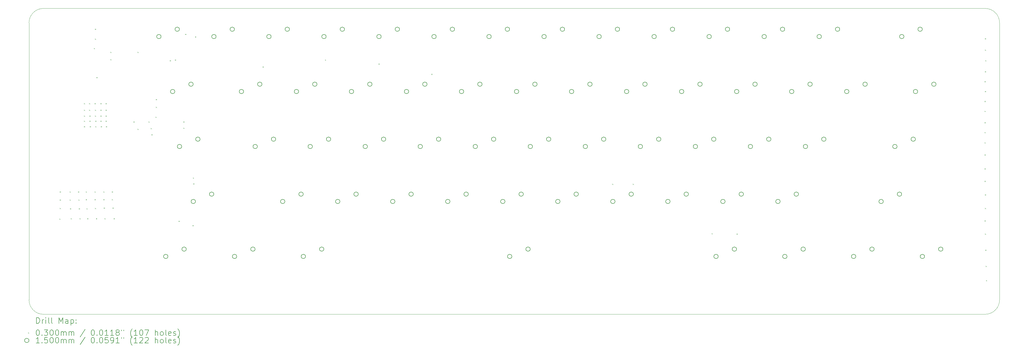
<source format=gbr>
%TF.GenerationSoftware,KiCad,Pcbnew,8.0.7*%
%TF.CreationDate,2024-12-25T15:12:18+08:00*%
%TF.ProjectId,keyboard,6b657962-6f61-4726-942e-6b696361645f,rev?*%
%TF.SameCoordinates,Original*%
%TF.FileFunction,Drillmap*%
%TF.FilePolarity,Positive*%
%FSLAX45Y45*%
G04 Gerber Fmt 4.5, Leading zero omitted, Abs format (unit mm)*
G04 Created by KiCad (PCBNEW 8.0.7) date 2024-12-25 15:12:18*
%MOMM*%
%LPD*%
G01*
G04 APERTURE LIST*
%ADD10C,0.050000*%
%ADD11C,0.200000*%
%ADD12C,0.100000*%
%ADD13C,0.150000*%
G04 APERTURE END LIST*
D10*
X37600000Y-4300000D02*
X37600000Y-13900000D01*
X37600000Y-13900000D02*
G75*
G02*
X37100000Y-14400000I-500000J0D01*
G01*
X4000000Y-13900000D02*
X4000000Y-4300000D01*
X4500000Y-14400000D02*
G75*
G02*
X4000000Y-13900000I0J500000D01*
G01*
X37100000Y-14400000D02*
X4500000Y-14400000D01*
X4500000Y-3800000D02*
X37100000Y-3800000D01*
X37100000Y-3800000D02*
G75*
G02*
X37600000Y-4300000I0J-500000D01*
G01*
X4000000Y-4300000D02*
G75*
G02*
X4500000Y-3800000I500000J0D01*
G01*
D11*
D12*
X5052300Y-11084800D02*
X5082300Y-11114800D01*
X5082300Y-11084800D02*
X5052300Y-11114800D01*
X5065000Y-10145000D02*
X5095000Y-10175000D01*
X5095000Y-10145000D02*
X5065000Y-10175000D01*
X5065000Y-10424400D02*
X5095000Y-10454400D01*
X5095000Y-10424400D02*
X5065000Y-10454400D01*
X5065000Y-10716500D02*
X5095000Y-10746500D01*
X5095000Y-10716500D02*
X5065000Y-10746500D01*
X5407900Y-10145000D02*
X5437900Y-10175000D01*
X5437900Y-10145000D02*
X5407900Y-10175000D01*
X5407900Y-10424400D02*
X5437900Y-10454400D01*
X5437900Y-10424400D02*
X5407900Y-10454400D01*
X5420600Y-10729200D02*
X5450600Y-10759200D01*
X5450600Y-10729200D02*
X5420600Y-10759200D01*
X5446000Y-11072100D02*
X5476000Y-11102100D01*
X5476000Y-11072100D02*
X5446000Y-11102100D01*
X5700000Y-10145000D02*
X5730000Y-10175000D01*
X5730000Y-10145000D02*
X5700000Y-10175000D01*
X5712700Y-10424400D02*
X5742700Y-10454400D01*
X5742700Y-10424400D02*
X5712700Y-10454400D01*
X5725400Y-10729200D02*
X5755400Y-10759200D01*
X5755400Y-10729200D02*
X5725400Y-10759200D01*
X5750800Y-11072100D02*
X5780800Y-11102100D01*
X5780800Y-11072100D02*
X5750800Y-11102100D01*
X5903200Y-7084300D02*
X5933200Y-7114300D01*
X5933200Y-7084300D02*
X5903200Y-7114300D01*
X5903200Y-7312900D02*
X5933200Y-7342900D01*
X5933200Y-7312900D02*
X5903200Y-7342900D01*
X5903200Y-7516100D02*
X5933200Y-7546100D01*
X5933200Y-7516100D02*
X5903200Y-7546100D01*
X5903200Y-7693900D02*
X5933200Y-7723900D01*
X5933200Y-7693900D02*
X5903200Y-7723900D01*
X5903200Y-7884400D02*
X5933200Y-7914400D01*
X5933200Y-7884400D02*
X5903200Y-7914400D01*
X5966700Y-10145000D02*
X5996700Y-10175000D01*
X5996700Y-10145000D02*
X5966700Y-10175000D01*
X5966700Y-10411700D02*
X5996700Y-10441700D01*
X5996700Y-10411700D02*
X5966700Y-10441700D01*
X5992100Y-10729200D02*
X6022100Y-10759200D01*
X6022100Y-10729200D02*
X5992100Y-10759200D01*
X6017500Y-11072100D02*
X6047500Y-11102100D01*
X6047500Y-11072100D02*
X6017500Y-11102100D01*
X6081000Y-7084300D02*
X6111000Y-7114300D01*
X6111000Y-7084300D02*
X6081000Y-7114300D01*
X6081000Y-7312900D02*
X6111000Y-7342900D01*
X6111000Y-7312900D02*
X6081000Y-7342900D01*
X6093700Y-7516100D02*
X6123700Y-7546100D01*
X6123700Y-7516100D02*
X6093700Y-7546100D01*
X6093700Y-7693900D02*
X6123700Y-7723900D01*
X6123700Y-7693900D02*
X6093700Y-7723900D01*
X6106400Y-7884400D02*
X6136400Y-7914400D01*
X6136400Y-7884400D02*
X6106400Y-7914400D01*
X6246100Y-5173700D02*
X6276100Y-5203700D01*
X6276100Y-5173700D02*
X6246100Y-5203700D01*
X6271500Y-7084300D02*
X6301500Y-7114300D01*
X6301500Y-7084300D02*
X6271500Y-7114300D01*
X6271500Y-10145000D02*
X6301500Y-10175000D01*
X6301500Y-10145000D02*
X6271500Y-10175000D01*
X6271500Y-10411700D02*
X6301500Y-10441700D01*
X6301500Y-10411700D02*
X6271500Y-10441700D01*
X6284200Y-4506200D02*
X6314200Y-4536200D01*
X6314200Y-4506200D02*
X6284200Y-4536200D01*
X6284200Y-4849100D02*
X6314200Y-4879100D01*
X6314200Y-4849100D02*
X6284200Y-4879100D01*
X6284200Y-7312900D02*
X6314200Y-7342900D01*
X6314200Y-7312900D02*
X6284200Y-7342900D01*
X6284200Y-7516100D02*
X6314200Y-7546100D01*
X6314200Y-7516100D02*
X6284200Y-7546100D01*
X6284200Y-10716500D02*
X6314200Y-10746500D01*
X6314200Y-10716500D02*
X6284200Y-10746500D01*
X6296900Y-7693900D02*
X6326900Y-7723900D01*
X6326900Y-7693900D02*
X6296900Y-7723900D01*
X6296900Y-7884400D02*
X6326900Y-7914400D01*
X6326900Y-7884400D02*
X6296900Y-7914400D01*
X6322300Y-11072100D02*
X6352300Y-11102100D01*
X6352300Y-11072100D02*
X6322300Y-11102100D01*
X6335000Y-6182600D02*
X6365000Y-6212600D01*
X6365000Y-6182600D02*
X6335000Y-6212600D01*
X6474700Y-7084300D02*
X6504700Y-7114300D01*
X6504700Y-7084300D02*
X6474700Y-7114300D01*
X6474700Y-7312900D02*
X6504700Y-7342900D01*
X6504700Y-7312900D02*
X6474700Y-7342900D01*
X6474700Y-7516100D02*
X6504700Y-7546100D01*
X6504700Y-7516100D02*
X6474700Y-7546100D01*
X6474700Y-7693900D02*
X6504700Y-7723900D01*
X6504700Y-7693900D02*
X6474700Y-7723900D01*
X6487400Y-7884400D02*
X6517400Y-7914400D01*
X6517400Y-7884400D02*
X6487400Y-7914400D01*
X6576300Y-10145000D02*
X6606300Y-10175000D01*
X6606300Y-10145000D02*
X6576300Y-10175000D01*
X6576300Y-10411700D02*
X6606300Y-10441700D01*
X6606300Y-10411700D02*
X6576300Y-10441700D01*
X6589000Y-10703800D02*
X6619000Y-10733800D01*
X6619000Y-10703800D02*
X6589000Y-10733800D01*
X6614400Y-11072100D02*
X6644400Y-11102100D01*
X6644400Y-11072100D02*
X6614400Y-11102100D01*
X6652500Y-7084300D02*
X6682500Y-7114300D01*
X6682500Y-7084300D02*
X6652500Y-7114300D01*
X6652500Y-7312900D02*
X6682500Y-7342900D01*
X6682500Y-7312900D02*
X6652500Y-7342900D01*
X6652500Y-7516100D02*
X6682500Y-7546100D01*
X6682500Y-7516100D02*
X6652500Y-7546100D01*
X6652500Y-7693900D02*
X6682500Y-7723900D01*
X6682500Y-7693900D02*
X6652500Y-7723900D01*
X6665200Y-7884400D02*
X6695200Y-7914400D01*
X6695200Y-7884400D02*
X6665200Y-7914400D01*
X6817600Y-5306300D02*
X6847600Y-5336300D01*
X6847600Y-5306300D02*
X6817600Y-5336300D01*
X6817600Y-5560300D02*
X6847600Y-5590300D01*
X6847600Y-5560300D02*
X6817600Y-5590300D01*
X6868400Y-10145000D02*
X6898400Y-10175000D01*
X6898400Y-10145000D02*
X6868400Y-10175000D01*
X6868400Y-10411700D02*
X6898400Y-10441700D01*
X6898400Y-10411700D02*
X6868400Y-10441700D01*
X6893800Y-10703800D02*
X6923800Y-10733800D01*
X6923800Y-10703800D02*
X6893800Y-10733800D01*
X6931900Y-11072100D02*
X6961900Y-11102100D01*
X6961900Y-11072100D02*
X6931900Y-11102100D01*
X7617700Y-7719300D02*
X7647700Y-7749300D01*
X7647700Y-7719300D02*
X7617700Y-7749300D01*
X7757400Y-5306300D02*
X7787400Y-5336300D01*
X7787400Y-5306300D02*
X7757400Y-5336300D01*
X7757400Y-7973300D02*
X7787400Y-8003300D01*
X7787400Y-7973300D02*
X7757400Y-8003300D01*
X8138400Y-7719300D02*
X8168400Y-7749300D01*
X8168400Y-7719300D02*
X8138400Y-7749300D01*
X8214600Y-7947900D02*
X8244600Y-7977900D01*
X8244600Y-7947900D02*
X8214600Y-7977900D01*
X8240000Y-8163800D02*
X8270000Y-8193800D01*
X8270000Y-8163800D02*
X8240000Y-8193800D01*
X8379700Y-7554200D02*
X8409700Y-7584200D01*
X8409700Y-7554200D02*
X8379700Y-7584200D01*
X8392400Y-6944600D02*
X8422400Y-6974600D01*
X8422400Y-6944600D02*
X8392400Y-6974600D01*
X8392400Y-7211300D02*
X8422400Y-7241300D01*
X8422400Y-7211300D02*
X8392400Y-7241300D01*
X8875000Y-5598400D02*
X8905000Y-5628400D01*
X8905000Y-5598400D02*
X8875000Y-5628400D01*
X9052800Y-5573000D02*
X9082800Y-5603000D01*
X9082800Y-5573000D02*
X9052800Y-5603000D01*
X9179800Y-11161000D02*
X9209800Y-11191000D01*
X9209800Y-11161000D02*
X9179800Y-11191000D01*
X9344900Y-7719300D02*
X9374900Y-7749300D01*
X9374900Y-7719300D02*
X9344900Y-7749300D01*
X9344900Y-7935200D02*
X9374900Y-7965200D01*
X9374900Y-7935200D02*
X9344900Y-7965200D01*
X9408400Y-4684000D02*
X9438400Y-4714000D01*
X9438400Y-4684000D02*
X9408400Y-4714000D01*
X9662400Y-11313400D02*
X9692400Y-11343400D01*
X9692400Y-11313400D02*
X9662400Y-11343400D01*
X9675100Y-9662400D02*
X9705100Y-9692400D01*
X9705100Y-9662400D02*
X9675100Y-9692400D01*
X9687800Y-9865600D02*
X9717800Y-9895600D01*
X9717800Y-9865600D02*
X9687800Y-9895600D01*
X9751300Y-4772900D02*
X9781300Y-4802900D01*
X9781300Y-4772900D02*
X9751300Y-4802900D01*
X12088100Y-5814300D02*
X12118100Y-5844300D01*
X12118100Y-5814300D02*
X12088100Y-5844300D01*
X14247100Y-5573000D02*
X14277100Y-5603000D01*
X14277100Y-5573000D02*
X14247100Y-5603000D01*
X16101300Y-5712700D02*
X16131300Y-5742700D01*
X16131300Y-5712700D02*
X16101300Y-5742700D01*
X17930100Y-6068300D02*
X17960100Y-6098300D01*
X17960100Y-6068300D02*
X17930100Y-6098300D01*
X24191200Y-9878300D02*
X24221200Y-9908300D01*
X24221200Y-9878300D02*
X24191200Y-9908300D01*
X24902400Y-9878300D02*
X24932400Y-9908300D01*
X24932400Y-9878300D02*
X24902400Y-9908300D01*
X27632900Y-11592800D02*
X27662900Y-11622800D01*
X27662900Y-11592800D02*
X27632900Y-11622800D01*
X28496500Y-11605500D02*
X28526500Y-11635500D01*
X28526500Y-11605500D02*
X28496500Y-11635500D01*
X37081700Y-6322300D02*
X37111700Y-6352300D01*
X37111700Y-6322300D02*
X37081700Y-6352300D01*
X37081700Y-7008100D02*
X37111700Y-7038100D01*
X37111700Y-7008100D02*
X37081700Y-7038100D01*
X37081700Y-7351000D02*
X37111700Y-7381000D01*
X37111700Y-7351000D02*
X37081700Y-7381000D01*
X37081700Y-7744700D02*
X37111700Y-7774700D01*
X37111700Y-7744700D02*
X37081700Y-7774700D01*
X37081700Y-8087600D02*
X37111700Y-8117600D01*
X37111700Y-8087600D02*
X37081700Y-8117600D01*
X37081700Y-8443200D02*
X37111700Y-8473200D01*
X37111700Y-8443200D02*
X37081700Y-8473200D01*
X37081700Y-8862300D02*
X37111700Y-8892300D01*
X37111700Y-8862300D02*
X37081700Y-8892300D01*
X37081700Y-9344900D02*
X37111700Y-9374900D01*
X37111700Y-9344900D02*
X37081700Y-9374900D01*
X37081700Y-9776700D02*
X37111700Y-9806700D01*
X37111700Y-9776700D02*
X37081700Y-9806700D01*
X37081700Y-11148300D02*
X37111700Y-11178300D01*
X37111700Y-11148300D02*
X37081700Y-11178300D01*
X37094400Y-4836400D02*
X37124400Y-4866400D01*
X37124400Y-4836400D02*
X37094400Y-4866400D01*
X37094400Y-5230100D02*
X37124400Y-5260100D01*
X37124400Y-5230100D02*
X37094400Y-5260100D01*
X37094400Y-5979400D02*
X37124400Y-6009400D01*
X37124400Y-5979400D02*
X37094400Y-6009400D01*
X37094400Y-6665200D02*
X37124400Y-6695200D01*
X37124400Y-6665200D02*
X37094400Y-6695200D01*
X37094400Y-10246600D02*
X37124400Y-10276600D01*
X37124400Y-10246600D02*
X37094400Y-10276600D01*
X37094400Y-10716500D02*
X37124400Y-10746500D01*
X37124400Y-10716500D02*
X37094400Y-10746500D01*
X37094400Y-11605500D02*
X37124400Y-11635500D01*
X37124400Y-11605500D02*
X37094400Y-11635500D01*
X37107100Y-5598400D02*
X37137100Y-5628400D01*
X37137100Y-5598400D02*
X37107100Y-5628400D01*
X37107100Y-12164300D02*
X37137100Y-12194300D01*
X37137100Y-12164300D02*
X37107100Y-12194300D01*
X37119800Y-12723100D02*
X37149800Y-12753100D01*
X37149800Y-12723100D02*
X37119800Y-12753100D01*
X37132500Y-13218400D02*
X37162500Y-13248400D01*
X37162500Y-13218400D02*
X37132500Y-13248400D01*
D13*
X8571300Y-4775200D02*
G75*
G02*
X8421300Y-4775200I-75000J0D01*
G01*
X8421300Y-4775200D02*
G75*
G02*
X8571300Y-4775200I75000J0D01*
G01*
X8809425Y-12395200D02*
G75*
G02*
X8659425Y-12395200I-75000J0D01*
G01*
X8659425Y-12395200D02*
G75*
G02*
X8809425Y-12395200I75000J0D01*
G01*
X9047550Y-6680200D02*
G75*
G02*
X8897550Y-6680200I-75000J0D01*
G01*
X8897550Y-6680200D02*
G75*
G02*
X9047550Y-6680200I75000J0D01*
G01*
X9206300Y-4521200D02*
G75*
G02*
X9056300Y-4521200I-75000J0D01*
G01*
X9056300Y-4521200D02*
G75*
G02*
X9206300Y-4521200I75000J0D01*
G01*
X9285675Y-8585200D02*
G75*
G02*
X9135675Y-8585200I-75000J0D01*
G01*
X9135675Y-8585200D02*
G75*
G02*
X9285675Y-8585200I75000J0D01*
G01*
X9444425Y-12141200D02*
G75*
G02*
X9294425Y-12141200I-75000J0D01*
G01*
X9294425Y-12141200D02*
G75*
G02*
X9444425Y-12141200I75000J0D01*
G01*
X9682550Y-6426200D02*
G75*
G02*
X9532550Y-6426200I-75000J0D01*
G01*
X9532550Y-6426200D02*
G75*
G02*
X9682550Y-6426200I75000J0D01*
G01*
X9761925Y-10490200D02*
G75*
G02*
X9611925Y-10490200I-75000J0D01*
G01*
X9611925Y-10490200D02*
G75*
G02*
X9761925Y-10490200I75000J0D01*
G01*
X9920675Y-8331200D02*
G75*
G02*
X9770675Y-8331200I-75000J0D01*
G01*
X9770675Y-8331200D02*
G75*
G02*
X9920675Y-8331200I75000J0D01*
G01*
X10396925Y-10236200D02*
G75*
G02*
X10246925Y-10236200I-75000J0D01*
G01*
X10246925Y-10236200D02*
G75*
G02*
X10396925Y-10236200I75000J0D01*
G01*
X10476300Y-4775200D02*
G75*
G02*
X10326300Y-4775200I-75000J0D01*
G01*
X10326300Y-4775200D02*
G75*
G02*
X10476300Y-4775200I75000J0D01*
G01*
X11111300Y-4521200D02*
G75*
G02*
X10961300Y-4521200I-75000J0D01*
G01*
X10961300Y-4521200D02*
G75*
G02*
X11111300Y-4521200I75000J0D01*
G01*
X11190675Y-12395200D02*
G75*
G02*
X11040675Y-12395200I-75000J0D01*
G01*
X11040675Y-12395200D02*
G75*
G02*
X11190675Y-12395200I75000J0D01*
G01*
X11428800Y-6680200D02*
G75*
G02*
X11278800Y-6680200I-75000J0D01*
G01*
X11278800Y-6680200D02*
G75*
G02*
X11428800Y-6680200I75000J0D01*
G01*
X11825675Y-12141200D02*
G75*
G02*
X11675675Y-12141200I-75000J0D01*
G01*
X11675675Y-12141200D02*
G75*
G02*
X11825675Y-12141200I75000J0D01*
G01*
X11905050Y-8585200D02*
G75*
G02*
X11755050Y-8585200I-75000J0D01*
G01*
X11755050Y-8585200D02*
G75*
G02*
X11905050Y-8585200I75000J0D01*
G01*
X12063800Y-6426200D02*
G75*
G02*
X11913800Y-6426200I-75000J0D01*
G01*
X11913800Y-6426200D02*
G75*
G02*
X12063800Y-6426200I75000J0D01*
G01*
X12381300Y-4775200D02*
G75*
G02*
X12231300Y-4775200I-75000J0D01*
G01*
X12231300Y-4775200D02*
G75*
G02*
X12381300Y-4775200I75000J0D01*
G01*
X12540050Y-8331200D02*
G75*
G02*
X12390050Y-8331200I-75000J0D01*
G01*
X12390050Y-8331200D02*
G75*
G02*
X12540050Y-8331200I75000J0D01*
G01*
X12857550Y-10490200D02*
G75*
G02*
X12707550Y-10490200I-75000J0D01*
G01*
X12707550Y-10490200D02*
G75*
G02*
X12857550Y-10490200I75000J0D01*
G01*
X13016300Y-4521200D02*
G75*
G02*
X12866300Y-4521200I-75000J0D01*
G01*
X12866300Y-4521200D02*
G75*
G02*
X13016300Y-4521200I75000J0D01*
G01*
X13333800Y-6680200D02*
G75*
G02*
X13183800Y-6680200I-75000J0D01*
G01*
X13183800Y-6680200D02*
G75*
G02*
X13333800Y-6680200I75000J0D01*
G01*
X13492550Y-10236200D02*
G75*
G02*
X13342550Y-10236200I-75000J0D01*
G01*
X13342550Y-10236200D02*
G75*
G02*
X13492550Y-10236200I75000J0D01*
G01*
X13571925Y-12395200D02*
G75*
G02*
X13421925Y-12395200I-75000J0D01*
G01*
X13421925Y-12395200D02*
G75*
G02*
X13571925Y-12395200I75000J0D01*
G01*
X13810050Y-8585200D02*
G75*
G02*
X13660050Y-8585200I-75000J0D01*
G01*
X13660050Y-8585200D02*
G75*
G02*
X13810050Y-8585200I75000J0D01*
G01*
X13968800Y-6426200D02*
G75*
G02*
X13818800Y-6426200I-75000J0D01*
G01*
X13818800Y-6426200D02*
G75*
G02*
X13968800Y-6426200I75000J0D01*
G01*
X14206925Y-12141200D02*
G75*
G02*
X14056925Y-12141200I-75000J0D01*
G01*
X14056925Y-12141200D02*
G75*
G02*
X14206925Y-12141200I75000J0D01*
G01*
X14286300Y-4775200D02*
G75*
G02*
X14136300Y-4775200I-75000J0D01*
G01*
X14136300Y-4775200D02*
G75*
G02*
X14286300Y-4775200I75000J0D01*
G01*
X14445050Y-8331200D02*
G75*
G02*
X14295050Y-8331200I-75000J0D01*
G01*
X14295050Y-8331200D02*
G75*
G02*
X14445050Y-8331200I75000J0D01*
G01*
X14762550Y-10490200D02*
G75*
G02*
X14612550Y-10490200I-75000J0D01*
G01*
X14612550Y-10490200D02*
G75*
G02*
X14762550Y-10490200I75000J0D01*
G01*
X14921300Y-4521200D02*
G75*
G02*
X14771300Y-4521200I-75000J0D01*
G01*
X14771300Y-4521200D02*
G75*
G02*
X14921300Y-4521200I75000J0D01*
G01*
X15238800Y-6680200D02*
G75*
G02*
X15088800Y-6680200I-75000J0D01*
G01*
X15088800Y-6680200D02*
G75*
G02*
X15238800Y-6680200I75000J0D01*
G01*
X15397550Y-10236200D02*
G75*
G02*
X15247550Y-10236200I-75000J0D01*
G01*
X15247550Y-10236200D02*
G75*
G02*
X15397550Y-10236200I75000J0D01*
G01*
X15715050Y-8585200D02*
G75*
G02*
X15565050Y-8585200I-75000J0D01*
G01*
X15565050Y-8585200D02*
G75*
G02*
X15715050Y-8585200I75000J0D01*
G01*
X15873800Y-6426200D02*
G75*
G02*
X15723800Y-6426200I-75000J0D01*
G01*
X15723800Y-6426200D02*
G75*
G02*
X15873800Y-6426200I75000J0D01*
G01*
X16191300Y-4775200D02*
G75*
G02*
X16041300Y-4775200I-75000J0D01*
G01*
X16041300Y-4775200D02*
G75*
G02*
X16191300Y-4775200I75000J0D01*
G01*
X16350050Y-8331200D02*
G75*
G02*
X16200050Y-8331200I-75000J0D01*
G01*
X16200050Y-8331200D02*
G75*
G02*
X16350050Y-8331200I75000J0D01*
G01*
X16667550Y-10490200D02*
G75*
G02*
X16517550Y-10490200I-75000J0D01*
G01*
X16517550Y-10490200D02*
G75*
G02*
X16667550Y-10490200I75000J0D01*
G01*
X16826300Y-4521200D02*
G75*
G02*
X16676300Y-4521200I-75000J0D01*
G01*
X16676300Y-4521200D02*
G75*
G02*
X16826300Y-4521200I75000J0D01*
G01*
X17143800Y-6680200D02*
G75*
G02*
X16993800Y-6680200I-75000J0D01*
G01*
X16993800Y-6680200D02*
G75*
G02*
X17143800Y-6680200I75000J0D01*
G01*
X17302550Y-10236200D02*
G75*
G02*
X17152550Y-10236200I-75000J0D01*
G01*
X17152550Y-10236200D02*
G75*
G02*
X17302550Y-10236200I75000J0D01*
G01*
X17620050Y-8585200D02*
G75*
G02*
X17470050Y-8585200I-75000J0D01*
G01*
X17470050Y-8585200D02*
G75*
G02*
X17620050Y-8585200I75000J0D01*
G01*
X17778800Y-6426200D02*
G75*
G02*
X17628800Y-6426200I-75000J0D01*
G01*
X17628800Y-6426200D02*
G75*
G02*
X17778800Y-6426200I75000J0D01*
G01*
X18096300Y-4775200D02*
G75*
G02*
X17946300Y-4775200I-75000J0D01*
G01*
X17946300Y-4775200D02*
G75*
G02*
X18096300Y-4775200I75000J0D01*
G01*
X18255050Y-8331200D02*
G75*
G02*
X18105050Y-8331200I-75000J0D01*
G01*
X18105050Y-8331200D02*
G75*
G02*
X18255050Y-8331200I75000J0D01*
G01*
X18572550Y-10490200D02*
G75*
G02*
X18422550Y-10490200I-75000J0D01*
G01*
X18422550Y-10490200D02*
G75*
G02*
X18572550Y-10490200I75000J0D01*
G01*
X18731300Y-4521200D02*
G75*
G02*
X18581300Y-4521200I-75000J0D01*
G01*
X18581300Y-4521200D02*
G75*
G02*
X18731300Y-4521200I75000J0D01*
G01*
X19048800Y-6680200D02*
G75*
G02*
X18898800Y-6680200I-75000J0D01*
G01*
X18898800Y-6680200D02*
G75*
G02*
X19048800Y-6680200I75000J0D01*
G01*
X19207550Y-10236200D02*
G75*
G02*
X19057550Y-10236200I-75000J0D01*
G01*
X19057550Y-10236200D02*
G75*
G02*
X19207550Y-10236200I75000J0D01*
G01*
X19525050Y-8585200D02*
G75*
G02*
X19375050Y-8585200I-75000J0D01*
G01*
X19375050Y-8585200D02*
G75*
G02*
X19525050Y-8585200I75000J0D01*
G01*
X19683800Y-6426200D02*
G75*
G02*
X19533800Y-6426200I-75000J0D01*
G01*
X19533800Y-6426200D02*
G75*
G02*
X19683800Y-6426200I75000J0D01*
G01*
X20001300Y-4775200D02*
G75*
G02*
X19851300Y-4775200I-75000J0D01*
G01*
X19851300Y-4775200D02*
G75*
G02*
X20001300Y-4775200I75000J0D01*
G01*
X20160050Y-8331200D02*
G75*
G02*
X20010050Y-8331200I-75000J0D01*
G01*
X20010050Y-8331200D02*
G75*
G02*
X20160050Y-8331200I75000J0D01*
G01*
X20477550Y-10490200D02*
G75*
G02*
X20327550Y-10490200I-75000J0D01*
G01*
X20327550Y-10490200D02*
G75*
G02*
X20477550Y-10490200I75000J0D01*
G01*
X20636300Y-4521200D02*
G75*
G02*
X20486300Y-4521200I-75000J0D01*
G01*
X20486300Y-4521200D02*
G75*
G02*
X20636300Y-4521200I75000J0D01*
G01*
X20715675Y-12395200D02*
G75*
G02*
X20565675Y-12395200I-75000J0D01*
G01*
X20565675Y-12395200D02*
G75*
G02*
X20715675Y-12395200I75000J0D01*
G01*
X20953800Y-6680200D02*
G75*
G02*
X20803800Y-6680200I-75000J0D01*
G01*
X20803800Y-6680200D02*
G75*
G02*
X20953800Y-6680200I75000J0D01*
G01*
X21112550Y-10236200D02*
G75*
G02*
X20962550Y-10236200I-75000J0D01*
G01*
X20962550Y-10236200D02*
G75*
G02*
X21112550Y-10236200I75000J0D01*
G01*
X21350675Y-12141200D02*
G75*
G02*
X21200675Y-12141200I-75000J0D01*
G01*
X21200675Y-12141200D02*
G75*
G02*
X21350675Y-12141200I75000J0D01*
G01*
X21430050Y-8585200D02*
G75*
G02*
X21280050Y-8585200I-75000J0D01*
G01*
X21280050Y-8585200D02*
G75*
G02*
X21430050Y-8585200I75000J0D01*
G01*
X21588800Y-6426200D02*
G75*
G02*
X21438800Y-6426200I-75000J0D01*
G01*
X21438800Y-6426200D02*
G75*
G02*
X21588800Y-6426200I75000J0D01*
G01*
X21906300Y-4775200D02*
G75*
G02*
X21756300Y-4775200I-75000J0D01*
G01*
X21756300Y-4775200D02*
G75*
G02*
X21906300Y-4775200I75000J0D01*
G01*
X22065050Y-8331200D02*
G75*
G02*
X21915050Y-8331200I-75000J0D01*
G01*
X21915050Y-8331200D02*
G75*
G02*
X22065050Y-8331200I75000J0D01*
G01*
X22382550Y-10490200D02*
G75*
G02*
X22232550Y-10490200I-75000J0D01*
G01*
X22232550Y-10490200D02*
G75*
G02*
X22382550Y-10490200I75000J0D01*
G01*
X22541300Y-4521200D02*
G75*
G02*
X22391300Y-4521200I-75000J0D01*
G01*
X22391300Y-4521200D02*
G75*
G02*
X22541300Y-4521200I75000J0D01*
G01*
X22858800Y-6680200D02*
G75*
G02*
X22708800Y-6680200I-75000J0D01*
G01*
X22708800Y-6680200D02*
G75*
G02*
X22858800Y-6680200I75000J0D01*
G01*
X23017550Y-10236200D02*
G75*
G02*
X22867550Y-10236200I-75000J0D01*
G01*
X22867550Y-10236200D02*
G75*
G02*
X23017550Y-10236200I75000J0D01*
G01*
X23335050Y-8585200D02*
G75*
G02*
X23185050Y-8585200I-75000J0D01*
G01*
X23185050Y-8585200D02*
G75*
G02*
X23335050Y-8585200I75000J0D01*
G01*
X23493800Y-6426200D02*
G75*
G02*
X23343800Y-6426200I-75000J0D01*
G01*
X23343800Y-6426200D02*
G75*
G02*
X23493800Y-6426200I75000J0D01*
G01*
X23811300Y-4775200D02*
G75*
G02*
X23661300Y-4775200I-75000J0D01*
G01*
X23661300Y-4775200D02*
G75*
G02*
X23811300Y-4775200I75000J0D01*
G01*
X23970050Y-8331200D02*
G75*
G02*
X23820050Y-8331200I-75000J0D01*
G01*
X23820050Y-8331200D02*
G75*
G02*
X23970050Y-8331200I75000J0D01*
G01*
X24287550Y-10490200D02*
G75*
G02*
X24137550Y-10490200I-75000J0D01*
G01*
X24137550Y-10490200D02*
G75*
G02*
X24287550Y-10490200I75000J0D01*
G01*
X24446300Y-4521200D02*
G75*
G02*
X24296300Y-4521200I-75000J0D01*
G01*
X24296300Y-4521200D02*
G75*
G02*
X24446300Y-4521200I75000J0D01*
G01*
X24763800Y-6680200D02*
G75*
G02*
X24613800Y-6680200I-75000J0D01*
G01*
X24613800Y-6680200D02*
G75*
G02*
X24763800Y-6680200I75000J0D01*
G01*
X24922550Y-10236200D02*
G75*
G02*
X24772550Y-10236200I-75000J0D01*
G01*
X24772550Y-10236200D02*
G75*
G02*
X24922550Y-10236200I75000J0D01*
G01*
X25240050Y-8585200D02*
G75*
G02*
X25090050Y-8585200I-75000J0D01*
G01*
X25090050Y-8585200D02*
G75*
G02*
X25240050Y-8585200I75000J0D01*
G01*
X25398800Y-6426200D02*
G75*
G02*
X25248800Y-6426200I-75000J0D01*
G01*
X25248800Y-6426200D02*
G75*
G02*
X25398800Y-6426200I75000J0D01*
G01*
X25716300Y-4775200D02*
G75*
G02*
X25566300Y-4775200I-75000J0D01*
G01*
X25566300Y-4775200D02*
G75*
G02*
X25716300Y-4775200I75000J0D01*
G01*
X25875050Y-8331200D02*
G75*
G02*
X25725050Y-8331200I-75000J0D01*
G01*
X25725050Y-8331200D02*
G75*
G02*
X25875050Y-8331200I75000J0D01*
G01*
X26192550Y-10490200D02*
G75*
G02*
X26042550Y-10490200I-75000J0D01*
G01*
X26042550Y-10490200D02*
G75*
G02*
X26192550Y-10490200I75000J0D01*
G01*
X26351300Y-4521200D02*
G75*
G02*
X26201300Y-4521200I-75000J0D01*
G01*
X26201300Y-4521200D02*
G75*
G02*
X26351300Y-4521200I75000J0D01*
G01*
X26668800Y-6680200D02*
G75*
G02*
X26518800Y-6680200I-75000J0D01*
G01*
X26518800Y-6680200D02*
G75*
G02*
X26668800Y-6680200I75000J0D01*
G01*
X26827550Y-10236200D02*
G75*
G02*
X26677550Y-10236200I-75000J0D01*
G01*
X26677550Y-10236200D02*
G75*
G02*
X26827550Y-10236200I75000J0D01*
G01*
X27145050Y-8585200D02*
G75*
G02*
X26995050Y-8585200I-75000J0D01*
G01*
X26995050Y-8585200D02*
G75*
G02*
X27145050Y-8585200I75000J0D01*
G01*
X27303800Y-6426200D02*
G75*
G02*
X27153800Y-6426200I-75000J0D01*
G01*
X27153800Y-6426200D02*
G75*
G02*
X27303800Y-6426200I75000J0D01*
G01*
X27621300Y-4775200D02*
G75*
G02*
X27471300Y-4775200I-75000J0D01*
G01*
X27471300Y-4775200D02*
G75*
G02*
X27621300Y-4775200I75000J0D01*
G01*
X27780050Y-8331200D02*
G75*
G02*
X27630050Y-8331200I-75000J0D01*
G01*
X27630050Y-8331200D02*
G75*
G02*
X27780050Y-8331200I75000J0D01*
G01*
X27859425Y-12395200D02*
G75*
G02*
X27709425Y-12395200I-75000J0D01*
G01*
X27709425Y-12395200D02*
G75*
G02*
X27859425Y-12395200I75000J0D01*
G01*
X28097550Y-10490200D02*
G75*
G02*
X27947550Y-10490200I-75000J0D01*
G01*
X27947550Y-10490200D02*
G75*
G02*
X28097550Y-10490200I75000J0D01*
G01*
X28256300Y-4521200D02*
G75*
G02*
X28106300Y-4521200I-75000J0D01*
G01*
X28106300Y-4521200D02*
G75*
G02*
X28256300Y-4521200I75000J0D01*
G01*
X28494425Y-12141200D02*
G75*
G02*
X28344425Y-12141200I-75000J0D01*
G01*
X28344425Y-12141200D02*
G75*
G02*
X28494425Y-12141200I75000J0D01*
G01*
X28573800Y-6680200D02*
G75*
G02*
X28423800Y-6680200I-75000J0D01*
G01*
X28423800Y-6680200D02*
G75*
G02*
X28573800Y-6680200I75000J0D01*
G01*
X28732550Y-10236200D02*
G75*
G02*
X28582550Y-10236200I-75000J0D01*
G01*
X28582550Y-10236200D02*
G75*
G02*
X28732550Y-10236200I75000J0D01*
G01*
X29050050Y-8585200D02*
G75*
G02*
X28900050Y-8585200I-75000J0D01*
G01*
X28900050Y-8585200D02*
G75*
G02*
X29050050Y-8585200I75000J0D01*
G01*
X29208800Y-6426200D02*
G75*
G02*
X29058800Y-6426200I-75000J0D01*
G01*
X29058800Y-6426200D02*
G75*
G02*
X29208800Y-6426200I75000J0D01*
G01*
X29526300Y-4775200D02*
G75*
G02*
X29376300Y-4775200I-75000J0D01*
G01*
X29376300Y-4775200D02*
G75*
G02*
X29526300Y-4775200I75000J0D01*
G01*
X29685050Y-8331200D02*
G75*
G02*
X29535050Y-8331200I-75000J0D01*
G01*
X29535050Y-8331200D02*
G75*
G02*
X29685050Y-8331200I75000J0D01*
G01*
X30002550Y-10490200D02*
G75*
G02*
X29852550Y-10490200I-75000J0D01*
G01*
X29852550Y-10490200D02*
G75*
G02*
X30002550Y-10490200I75000J0D01*
G01*
X30161300Y-4521200D02*
G75*
G02*
X30011300Y-4521200I-75000J0D01*
G01*
X30011300Y-4521200D02*
G75*
G02*
X30161300Y-4521200I75000J0D01*
G01*
X30240675Y-12395200D02*
G75*
G02*
X30090675Y-12395200I-75000J0D01*
G01*
X30090675Y-12395200D02*
G75*
G02*
X30240675Y-12395200I75000J0D01*
G01*
X30478800Y-6680200D02*
G75*
G02*
X30328800Y-6680200I-75000J0D01*
G01*
X30328800Y-6680200D02*
G75*
G02*
X30478800Y-6680200I75000J0D01*
G01*
X30637550Y-10236200D02*
G75*
G02*
X30487550Y-10236200I-75000J0D01*
G01*
X30487550Y-10236200D02*
G75*
G02*
X30637550Y-10236200I75000J0D01*
G01*
X30875675Y-12141200D02*
G75*
G02*
X30725675Y-12141200I-75000J0D01*
G01*
X30725675Y-12141200D02*
G75*
G02*
X30875675Y-12141200I75000J0D01*
G01*
X30955050Y-8585200D02*
G75*
G02*
X30805050Y-8585200I-75000J0D01*
G01*
X30805050Y-8585200D02*
G75*
G02*
X30955050Y-8585200I75000J0D01*
G01*
X31113800Y-6426200D02*
G75*
G02*
X30963800Y-6426200I-75000J0D01*
G01*
X30963800Y-6426200D02*
G75*
G02*
X31113800Y-6426200I75000J0D01*
G01*
X31431300Y-4775200D02*
G75*
G02*
X31281300Y-4775200I-75000J0D01*
G01*
X31281300Y-4775200D02*
G75*
G02*
X31431300Y-4775200I75000J0D01*
G01*
X31590050Y-8331200D02*
G75*
G02*
X31440050Y-8331200I-75000J0D01*
G01*
X31440050Y-8331200D02*
G75*
G02*
X31590050Y-8331200I75000J0D01*
G01*
X32066300Y-4521200D02*
G75*
G02*
X31916300Y-4521200I-75000J0D01*
G01*
X31916300Y-4521200D02*
G75*
G02*
X32066300Y-4521200I75000J0D01*
G01*
X32383800Y-6680200D02*
G75*
G02*
X32233800Y-6680200I-75000J0D01*
G01*
X32233800Y-6680200D02*
G75*
G02*
X32383800Y-6680200I75000J0D01*
G01*
X32621925Y-12395200D02*
G75*
G02*
X32471925Y-12395200I-75000J0D01*
G01*
X32471925Y-12395200D02*
G75*
G02*
X32621925Y-12395200I75000J0D01*
G01*
X33018800Y-6426200D02*
G75*
G02*
X32868800Y-6426200I-75000J0D01*
G01*
X32868800Y-6426200D02*
G75*
G02*
X33018800Y-6426200I75000J0D01*
G01*
X33256925Y-12141200D02*
G75*
G02*
X33106925Y-12141200I-75000J0D01*
G01*
X33106925Y-12141200D02*
G75*
G02*
X33256925Y-12141200I75000J0D01*
G01*
X33574425Y-10490200D02*
G75*
G02*
X33424425Y-10490200I-75000J0D01*
G01*
X33424425Y-10490200D02*
G75*
G02*
X33574425Y-10490200I75000J0D01*
G01*
X34050675Y-8585200D02*
G75*
G02*
X33900675Y-8585200I-75000J0D01*
G01*
X33900675Y-8585200D02*
G75*
G02*
X34050675Y-8585200I75000J0D01*
G01*
X34209425Y-10236200D02*
G75*
G02*
X34059425Y-10236200I-75000J0D01*
G01*
X34059425Y-10236200D02*
G75*
G02*
X34209425Y-10236200I75000J0D01*
G01*
X34288800Y-4775200D02*
G75*
G02*
X34138800Y-4775200I-75000J0D01*
G01*
X34138800Y-4775200D02*
G75*
G02*
X34288800Y-4775200I75000J0D01*
G01*
X34685675Y-8331200D02*
G75*
G02*
X34535675Y-8331200I-75000J0D01*
G01*
X34535675Y-8331200D02*
G75*
G02*
X34685675Y-8331200I75000J0D01*
G01*
X34765050Y-6680200D02*
G75*
G02*
X34615050Y-6680200I-75000J0D01*
G01*
X34615050Y-6680200D02*
G75*
G02*
X34765050Y-6680200I75000J0D01*
G01*
X34923800Y-4521200D02*
G75*
G02*
X34773800Y-4521200I-75000J0D01*
G01*
X34773800Y-4521200D02*
G75*
G02*
X34923800Y-4521200I75000J0D01*
G01*
X35003175Y-12395200D02*
G75*
G02*
X34853175Y-12395200I-75000J0D01*
G01*
X34853175Y-12395200D02*
G75*
G02*
X35003175Y-12395200I75000J0D01*
G01*
X35400050Y-6426200D02*
G75*
G02*
X35250050Y-6426200I-75000J0D01*
G01*
X35250050Y-6426200D02*
G75*
G02*
X35400050Y-6426200I75000J0D01*
G01*
X35638175Y-12141200D02*
G75*
G02*
X35488175Y-12141200I-75000J0D01*
G01*
X35488175Y-12141200D02*
G75*
G02*
X35638175Y-12141200I75000J0D01*
G01*
D11*
X4258277Y-14713984D02*
X4258277Y-14513984D01*
X4258277Y-14513984D02*
X4305896Y-14513984D01*
X4305896Y-14513984D02*
X4334467Y-14523508D01*
X4334467Y-14523508D02*
X4353515Y-14542555D01*
X4353515Y-14542555D02*
X4363039Y-14561603D01*
X4363039Y-14561603D02*
X4372563Y-14599698D01*
X4372563Y-14599698D02*
X4372563Y-14628269D01*
X4372563Y-14628269D02*
X4363039Y-14666365D01*
X4363039Y-14666365D02*
X4353515Y-14685412D01*
X4353515Y-14685412D02*
X4334467Y-14704460D01*
X4334467Y-14704460D02*
X4305896Y-14713984D01*
X4305896Y-14713984D02*
X4258277Y-14713984D01*
X4458277Y-14713984D02*
X4458277Y-14580650D01*
X4458277Y-14618746D02*
X4467801Y-14599698D01*
X4467801Y-14599698D02*
X4477324Y-14590174D01*
X4477324Y-14590174D02*
X4496372Y-14580650D01*
X4496372Y-14580650D02*
X4515420Y-14580650D01*
X4582086Y-14713984D02*
X4582086Y-14580650D01*
X4582086Y-14513984D02*
X4572563Y-14523508D01*
X4572563Y-14523508D02*
X4582086Y-14533031D01*
X4582086Y-14533031D02*
X4591610Y-14523508D01*
X4591610Y-14523508D02*
X4582086Y-14513984D01*
X4582086Y-14513984D02*
X4582086Y-14533031D01*
X4705896Y-14713984D02*
X4686848Y-14704460D01*
X4686848Y-14704460D02*
X4677324Y-14685412D01*
X4677324Y-14685412D02*
X4677324Y-14513984D01*
X4810658Y-14713984D02*
X4791610Y-14704460D01*
X4791610Y-14704460D02*
X4782086Y-14685412D01*
X4782086Y-14685412D02*
X4782086Y-14513984D01*
X5039229Y-14713984D02*
X5039229Y-14513984D01*
X5039229Y-14513984D02*
X5105896Y-14656841D01*
X5105896Y-14656841D02*
X5172563Y-14513984D01*
X5172563Y-14513984D02*
X5172563Y-14713984D01*
X5353515Y-14713984D02*
X5353515Y-14609222D01*
X5353515Y-14609222D02*
X5343991Y-14590174D01*
X5343991Y-14590174D02*
X5324944Y-14580650D01*
X5324944Y-14580650D02*
X5286848Y-14580650D01*
X5286848Y-14580650D02*
X5267801Y-14590174D01*
X5353515Y-14704460D02*
X5334467Y-14713984D01*
X5334467Y-14713984D02*
X5286848Y-14713984D01*
X5286848Y-14713984D02*
X5267801Y-14704460D01*
X5267801Y-14704460D02*
X5258277Y-14685412D01*
X5258277Y-14685412D02*
X5258277Y-14666365D01*
X5258277Y-14666365D02*
X5267801Y-14647317D01*
X5267801Y-14647317D02*
X5286848Y-14637793D01*
X5286848Y-14637793D02*
X5334467Y-14637793D01*
X5334467Y-14637793D02*
X5353515Y-14628269D01*
X5448753Y-14580650D02*
X5448753Y-14780650D01*
X5448753Y-14590174D02*
X5467801Y-14580650D01*
X5467801Y-14580650D02*
X5505896Y-14580650D01*
X5505896Y-14580650D02*
X5524944Y-14590174D01*
X5524944Y-14590174D02*
X5534467Y-14599698D01*
X5534467Y-14599698D02*
X5543991Y-14618746D01*
X5543991Y-14618746D02*
X5543991Y-14675888D01*
X5543991Y-14675888D02*
X5534467Y-14694936D01*
X5534467Y-14694936D02*
X5524944Y-14704460D01*
X5524944Y-14704460D02*
X5505896Y-14713984D01*
X5505896Y-14713984D02*
X5467801Y-14713984D01*
X5467801Y-14713984D02*
X5448753Y-14704460D01*
X5629705Y-14694936D02*
X5639229Y-14704460D01*
X5639229Y-14704460D02*
X5629705Y-14713984D01*
X5629705Y-14713984D02*
X5620182Y-14704460D01*
X5620182Y-14704460D02*
X5629705Y-14694936D01*
X5629705Y-14694936D02*
X5629705Y-14713984D01*
X5629705Y-14590174D02*
X5639229Y-14599698D01*
X5639229Y-14599698D02*
X5629705Y-14609222D01*
X5629705Y-14609222D02*
X5620182Y-14599698D01*
X5620182Y-14599698D02*
X5629705Y-14590174D01*
X5629705Y-14590174D02*
X5629705Y-14609222D01*
D12*
X3967500Y-15027500D02*
X3997500Y-15057500D01*
X3997500Y-15027500D02*
X3967500Y-15057500D01*
D11*
X4296372Y-14933984D02*
X4315420Y-14933984D01*
X4315420Y-14933984D02*
X4334467Y-14943508D01*
X4334467Y-14943508D02*
X4343991Y-14953031D01*
X4343991Y-14953031D02*
X4353515Y-14972079D01*
X4353515Y-14972079D02*
X4363039Y-15010174D01*
X4363039Y-15010174D02*
X4363039Y-15057793D01*
X4363039Y-15057793D02*
X4353515Y-15095888D01*
X4353515Y-15095888D02*
X4343991Y-15114936D01*
X4343991Y-15114936D02*
X4334467Y-15124460D01*
X4334467Y-15124460D02*
X4315420Y-15133984D01*
X4315420Y-15133984D02*
X4296372Y-15133984D01*
X4296372Y-15133984D02*
X4277324Y-15124460D01*
X4277324Y-15124460D02*
X4267801Y-15114936D01*
X4267801Y-15114936D02*
X4258277Y-15095888D01*
X4258277Y-15095888D02*
X4248753Y-15057793D01*
X4248753Y-15057793D02*
X4248753Y-15010174D01*
X4248753Y-15010174D02*
X4258277Y-14972079D01*
X4258277Y-14972079D02*
X4267801Y-14953031D01*
X4267801Y-14953031D02*
X4277324Y-14943508D01*
X4277324Y-14943508D02*
X4296372Y-14933984D01*
X4448753Y-15114936D02*
X4458277Y-15124460D01*
X4458277Y-15124460D02*
X4448753Y-15133984D01*
X4448753Y-15133984D02*
X4439229Y-15124460D01*
X4439229Y-15124460D02*
X4448753Y-15114936D01*
X4448753Y-15114936D02*
X4448753Y-15133984D01*
X4524944Y-14933984D02*
X4648753Y-14933984D01*
X4648753Y-14933984D02*
X4582086Y-15010174D01*
X4582086Y-15010174D02*
X4610658Y-15010174D01*
X4610658Y-15010174D02*
X4629705Y-15019698D01*
X4629705Y-15019698D02*
X4639229Y-15029222D01*
X4639229Y-15029222D02*
X4648753Y-15048269D01*
X4648753Y-15048269D02*
X4648753Y-15095888D01*
X4648753Y-15095888D02*
X4639229Y-15114936D01*
X4639229Y-15114936D02*
X4629705Y-15124460D01*
X4629705Y-15124460D02*
X4610658Y-15133984D01*
X4610658Y-15133984D02*
X4553515Y-15133984D01*
X4553515Y-15133984D02*
X4534467Y-15124460D01*
X4534467Y-15124460D02*
X4524944Y-15114936D01*
X4772563Y-14933984D02*
X4791610Y-14933984D01*
X4791610Y-14933984D02*
X4810658Y-14943508D01*
X4810658Y-14943508D02*
X4820182Y-14953031D01*
X4820182Y-14953031D02*
X4829705Y-14972079D01*
X4829705Y-14972079D02*
X4839229Y-15010174D01*
X4839229Y-15010174D02*
X4839229Y-15057793D01*
X4839229Y-15057793D02*
X4829705Y-15095888D01*
X4829705Y-15095888D02*
X4820182Y-15114936D01*
X4820182Y-15114936D02*
X4810658Y-15124460D01*
X4810658Y-15124460D02*
X4791610Y-15133984D01*
X4791610Y-15133984D02*
X4772563Y-15133984D01*
X4772563Y-15133984D02*
X4753515Y-15124460D01*
X4753515Y-15124460D02*
X4743991Y-15114936D01*
X4743991Y-15114936D02*
X4734467Y-15095888D01*
X4734467Y-15095888D02*
X4724944Y-15057793D01*
X4724944Y-15057793D02*
X4724944Y-15010174D01*
X4724944Y-15010174D02*
X4734467Y-14972079D01*
X4734467Y-14972079D02*
X4743991Y-14953031D01*
X4743991Y-14953031D02*
X4753515Y-14943508D01*
X4753515Y-14943508D02*
X4772563Y-14933984D01*
X4963039Y-14933984D02*
X4982086Y-14933984D01*
X4982086Y-14933984D02*
X5001134Y-14943508D01*
X5001134Y-14943508D02*
X5010658Y-14953031D01*
X5010658Y-14953031D02*
X5020182Y-14972079D01*
X5020182Y-14972079D02*
X5029705Y-15010174D01*
X5029705Y-15010174D02*
X5029705Y-15057793D01*
X5029705Y-15057793D02*
X5020182Y-15095888D01*
X5020182Y-15095888D02*
X5010658Y-15114936D01*
X5010658Y-15114936D02*
X5001134Y-15124460D01*
X5001134Y-15124460D02*
X4982086Y-15133984D01*
X4982086Y-15133984D02*
X4963039Y-15133984D01*
X4963039Y-15133984D02*
X4943991Y-15124460D01*
X4943991Y-15124460D02*
X4934467Y-15114936D01*
X4934467Y-15114936D02*
X4924944Y-15095888D01*
X4924944Y-15095888D02*
X4915420Y-15057793D01*
X4915420Y-15057793D02*
X4915420Y-15010174D01*
X4915420Y-15010174D02*
X4924944Y-14972079D01*
X4924944Y-14972079D02*
X4934467Y-14953031D01*
X4934467Y-14953031D02*
X4943991Y-14943508D01*
X4943991Y-14943508D02*
X4963039Y-14933984D01*
X5115420Y-15133984D02*
X5115420Y-15000650D01*
X5115420Y-15019698D02*
X5124944Y-15010174D01*
X5124944Y-15010174D02*
X5143991Y-15000650D01*
X5143991Y-15000650D02*
X5172563Y-15000650D01*
X5172563Y-15000650D02*
X5191610Y-15010174D01*
X5191610Y-15010174D02*
X5201134Y-15029222D01*
X5201134Y-15029222D02*
X5201134Y-15133984D01*
X5201134Y-15029222D02*
X5210658Y-15010174D01*
X5210658Y-15010174D02*
X5229705Y-15000650D01*
X5229705Y-15000650D02*
X5258277Y-15000650D01*
X5258277Y-15000650D02*
X5277325Y-15010174D01*
X5277325Y-15010174D02*
X5286848Y-15029222D01*
X5286848Y-15029222D02*
X5286848Y-15133984D01*
X5382086Y-15133984D02*
X5382086Y-15000650D01*
X5382086Y-15019698D02*
X5391610Y-15010174D01*
X5391610Y-15010174D02*
X5410658Y-15000650D01*
X5410658Y-15000650D02*
X5439229Y-15000650D01*
X5439229Y-15000650D02*
X5458277Y-15010174D01*
X5458277Y-15010174D02*
X5467801Y-15029222D01*
X5467801Y-15029222D02*
X5467801Y-15133984D01*
X5467801Y-15029222D02*
X5477325Y-15010174D01*
X5477325Y-15010174D02*
X5496372Y-15000650D01*
X5496372Y-15000650D02*
X5524944Y-15000650D01*
X5524944Y-15000650D02*
X5543991Y-15010174D01*
X5543991Y-15010174D02*
X5553515Y-15029222D01*
X5553515Y-15029222D02*
X5553515Y-15133984D01*
X5943991Y-14924460D02*
X5772563Y-15181603D01*
X6201134Y-14933984D02*
X6220182Y-14933984D01*
X6220182Y-14933984D02*
X6239229Y-14943508D01*
X6239229Y-14943508D02*
X6248753Y-14953031D01*
X6248753Y-14953031D02*
X6258277Y-14972079D01*
X6258277Y-14972079D02*
X6267801Y-15010174D01*
X6267801Y-15010174D02*
X6267801Y-15057793D01*
X6267801Y-15057793D02*
X6258277Y-15095888D01*
X6258277Y-15095888D02*
X6248753Y-15114936D01*
X6248753Y-15114936D02*
X6239229Y-15124460D01*
X6239229Y-15124460D02*
X6220182Y-15133984D01*
X6220182Y-15133984D02*
X6201134Y-15133984D01*
X6201134Y-15133984D02*
X6182086Y-15124460D01*
X6182086Y-15124460D02*
X6172563Y-15114936D01*
X6172563Y-15114936D02*
X6163039Y-15095888D01*
X6163039Y-15095888D02*
X6153515Y-15057793D01*
X6153515Y-15057793D02*
X6153515Y-15010174D01*
X6153515Y-15010174D02*
X6163039Y-14972079D01*
X6163039Y-14972079D02*
X6172563Y-14953031D01*
X6172563Y-14953031D02*
X6182086Y-14943508D01*
X6182086Y-14943508D02*
X6201134Y-14933984D01*
X6353515Y-15114936D02*
X6363039Y-15124460D01*
X6363039Y-15124460D02*
X6353515Y-15133984D01*
X6353515Y-15133984D02*
X6343991Y-15124460D01*
X6343991Y-15124460D02*
X6353515Y-15114936D01*
X6353515Y-15114936D02*
X6353515Y-15133984D01*
X6486848Y-14933984D02*
X6505896Y-14933984D01*
X6505896Y-14933984D02*
X6524944Y-14943508D01*
X6524944Y-14943508D02*
X6534467Y-14953031D01*
X6534467Y-14953031D02*
X6543991Y-14972079D01*
X6543991Y-14972079D02*
X6553515Y-15010174D01*
X6553515Y-15010174D02*
X6553515Y-15057793D01*
X6553515Y-15057793D02*
X6543991Y-15095888D01*
X6543991Y-15095888D02*
X6534467Y-15114936D01*
X6534467Y-15114936D02*
X6524944Y-15124460D01*
X6524944Y-15124460D02*
X6505896Y-15133984D01*
X6505896Y-15133984D02*
X6486848Y-15133984D01*
X6486848Y-15133984D02*
X6467801Y-15124460D01*
X6467801Y-15124460D02*
X6458277Y-15114936D01*
X6458277Y-15114936D02*
X6448753Y-15095888D01*
X6448753Y-15095888D02*
X6439229Y-15057793D01*
X6439229Y-15057793D02*
X6439229Y-15010174D01*
X6439229Y-15010174D02*
X6448753Y-14972079D01*
X6448753Y-14972079D02*
X6458277Y-14953031D01*
X6458277Y-14953031D02*
X6467801Y-14943508D01*
X6467801Y-14943508D02*
X6486848Y-14933984D01*
X6743991Y-15133984D02*
X6629706Y-15133984D01*
X6686848Y-15133984D02*
X6686848Y-14933984D01*
X6686848Y-14933984D02*
X6667801Y-14962555D01*
X6667801Y-14962555D02*
X6648753Y-14981603D01*
X6648753Y-14981603D02*
X6629706Y-14991127D01*
X6934467Y-15133984D02*
X6820182Y-15133984D01*
X6877325Y-15133984D02*
X6877325Y-14933984D01*
X6877325Y-14933984D02*
X6858277Y-14962555D01*
X6858277Y-14962555D02*
X6839229Y-14981603D01*
X6839229Y-14981603D02*
X6820182Y-14991127D01*
X7048753Y-15019698D02*
X7029706Y-15010174D01*
X7029706Y-15010174D02*
X7020182Y-15000650D01*
X7020182Y-15000650D02*
X7010658Y-14981603D01*
X7010658Y-14981603D02*
X7010658Y-14972079D01*
X7010658Y-14972079D02*
X7020182Y-14953031D01*
X7020182Y-14953031D02*
X7029706Y-14943508D01*
X7029706Y-14943508D02*
X7048753Y-14933984D01*
X7048753Y-14933984D02*
X7086848Y-14933984D01*
X7086848Y-14933984D02*
X7105896Y-14943508D01*
X7105896Y-14943508D02*
X7115420Y-14953031D01*
X7115420Y-14953031D02*
X7124944Y-14972079D01*
X7124944Y-14972079D02*
X7124944Y-14981603D01*
X7124944Y-14981603D02*
X7115420Y-15000650D01*
X7115420Y-15000650D02*
X7105896Y-15010174D01*
X7105896Y-15010174D02*
X7086848Y-15019698D01*
X7086848Y-15019698D02*
X7048753Y-15019698D01*
X7048753Y-15019698D02*
X7029706Y-15029222D01*
X7029706Y-15029222D02*
X7020182Y-15038746D01*
X7020182Y-15038746D02*
X7010658Y-15057793D01*
X7010658Y-15057793D02*
X7010658Y-15095888D01*
X7010658Y-15095888D02*
X7020182Y-15114936D01*
X7020182Y-15114936D02*
X7029706Y-15124460D01*
X7029706Y-15124460D02*
X7048753Y-15133984D01*
X7048753Y-15133984D02*
X7086848Y-15133984D01*
X7086848Y-15133984D02*
X7105896Y-15124460D01*
X7105896Y-15124460D02*
X7115420Y-15114936D01*
X7115420Y-15114936D02*
X7124944Y-15095888D01*
X7124944Y-15095888D02*
X7124944Y-15057793D01*
X7124944Y-15057793D02*
X7115420Y-15038746D01*
X7115420Y-15038746D02*
X7105896Y-15029222D01*
X7105896Y-15029222D02*
X7086848Y-15019698D01*
X7201134Y-14933984D02*
X7201134Y-14972079D01*
X7277325Y-14933984D02*
X7277325Y-14972079D01*
X7572563Y-15210174D02*
X7563039Y-15200650D01*
X7563039Y-15200650D02*
X7543991Y-15172079D01*
X7543991Y-15172079D02*
X7534468Y-15153031D01*
X7534468Y-15153031D02*
X7524944Y-15124460D01*
X7524944Y-15124460D02*
X7515420Y-15076841D01*
X7515420Y-15076841D02*
X7515420Y-15038746D01*
X7515420Y-15038746D02*
X7524944Y-14991127D01*
X7524944Y-14991127D02*
X7534468Y-14962555D01*
X7534468Y-14962555D02*
X7543991Y-14943508D01*
X7543991Y-14943508D02*
X7563039Y-14914936D01*
X7563039Y-14914936D02*
X7572563Y-14905412D01*
X7753515Y-15133984D02*
X7639229Y-15133984D01*
X7696372Y-15133984D02*
X7696372Y-14933984D01*
X7696372Y-14933984D02*
X7677325Y-14962555D01*
X7677325Y-14962555D02*
X7658277Y-14981603D01*
X7658277Y-14981603D02*
X7639229Y-14991127D01*
X7877325Y-14933984D02*
X7896372Y-14933984D01*
X7896372Y-14933984D02*
X7915420Y-14943508D01*
X7915420Y-14943508D02*
X7924944Y-14953031D01*
X7924944Y-14953031D02*
X7934468Y-14972079D01*
X7934468Y-14972079D02*
X7943991Y-15010174D01*
X7943991Y-15010174D02*
X7943991Y-15057793D01*
X7943991Y-15057793D02*
X7934468Y-15095888D01*
X7934468Y-15095888D02*
X7924944Y-15114936D01*
X7924944Y-15114936D02*
X7915420Y-15124460D01*
X7915420Y-15124460D02*
X7896372Y-15133984D01*
X7896372Y-15133984D02*
X7877325Y-15133984D01*
X7877325Y-15133984D02*
X7858277Y-15124460D01*
X7858277Y-15124460D02*
X7848753Y-15114936D01*
X7848753Y-15114936D02*
X7839229Y-15095888D01*
X7839229Y-15095888D02*
X7829706Y-15057793D01*
X7829706Y-15057793D02*
X7829706Y-15010174D01*
X7829706Y-15010174D02*
X7839229Y-14972079D01*
X7839229Y-14972079D02*
X7848753Y-14953031D01*
X7848753Y-14953031D02*
X7858277Y-14943508D01*
X7858277Y-14943508D02*
X7877325Y-14933984D01*
X8010658Y-14933984D02*
X8143991Y-14933984D01*
X8143991Y-14933984D02*
X8058277Y-15133984D01*
X8372563Y-15133984D02*
X8372563Y-14933984D01*
X8458277Y-15133984D02*
X8458277Y-15029222D01*
X8458277Y-15029222D02*
X8448753Y-15010174D01*
X8448753Y-15010174D02*
X8429706Y-15000650D01*
X8429706Y-15000650D02*
X8401134Y-15000650D01*
X8401134Y-15000650D02*
X8382087Y-15010174D01*
X8382087Y-15010174D02*
X8372563Y-15019698D01*
X8582087Y-15133984D02*
X8563039Y-15124460D01*
X8563039Y-15124460D02*
X8553515Y-15114936D01*
X8553515Y-15114936D02*
X8543992Y-15095888D01*
X8543992Y-15095888D02*
X8543992Y-15038746D01*
X8543992Y-15038746D02*
X8553515Y-15019698D01*
X8553515Y-15019698D02*
X8563039Y-15010174D01*
X8563039Y-15010174D02*
X8582087Y-15000650D01*
X8582087Y-15000650D02*
X8610658Y-15000650D01*
X8610658Y-15000650D02*
X8629706Y-15010174D01*
X8629706Y-15010174D02*
X8639230Y-15019698D01*
X8639230Y-15019698D02*
X8648753Y-15038746D01*
X8648753Y-15038746D02*
X8648753Y-15095888D01*
X8648753Y-15095888D02*
X8639230Y-15114936D01*
X8639230Y-15114936D02*
X8629706Y-15124460D01*
X8629706Y-15124460D02*
X8610658Y-15133984D01*
X8610658Y-15133984D02*
X8582087Y-15133984D01*
X8763039Y-15133984D02*
X8743992Y-15124460D01*
X8743992Y-15124460D02*
X8734468Y-15105412D01*
X8734468Y-15105412D02*
X8734468Y-14933984D01*
X8915420Y-15124460D02*
X8896373Y-15133984D01*
X8896373Y-15133984D02*
X8858277Y-15133984D01*
X8858277Y-15133984D02*
X8839230Y-15124460D01*
X8839230Y-15124460D02*
X8829706Y-15105412D01*
X8829706Y-15105412D02*
X8829706Y-15029222D01*
X8829706Y-15029222D02*
X8839230Y-15010174D01*
X8839230Y-15010174D02*
X8858277Y-15000650D01*
X8858277Y-15000650D02*
X8896373Y-15000650D01*
X8896373Y-15000650D02*
X8915420Y-15010174D01*
X8915420Y-15010174D02*
X8924944Y-15029222D01*
X8924944Y-15029222D02*
X8924944Y-15048269D01*
X8924944Y-15048269D02*
X8829706Y-15067317D01*
X9001134Y-15124460D02*
X9020182Y-15133984D01*
X9020182Y-15133984D02*
X9058277Y-15133984D01*
X9058277Y-15133984D02*
X9077325Y-15124460D01*
X9077325Y-15124460D02*
X9086849Y-15105412D01*
X9086849Y-15105412D02*
X9086849Y-15095888D01*
X9086849Y-15095888D02*
X9077325Y-15076841D01*
X9077325Y-15076841D02*
X9058277Y-15067317D01*
X9058277Y-15067317D02*
X9029706Y-15067317D01*
X9029706Y-15067317D02*
X9010658Y-15057793D01*
X9010658Y-15057793D02*
X9001134Y-15038746D01*
X9001134Y-15038746D02*
X9001134Y-15029222D01*
X9001134Y-15029222D02*
X9010658Y-15010174D01*
X9010658Y-15010174D02*
X9029706Y-15000650D01*
X9029706Y-15000650D02*
X9058277Y-15000650D01*
X9058277Y-15000650D02*
X9077325Y-15010174D01*
X9153515Y-15210174D02*
X9163039Y-15200650D01*
X9163039Y-15200650D02*
X9182087Y-15172079D01*
X9182087Y-15172079D02*
X9191611Y-15153031D01*
X9191611Y-15153031D02*
X9201134Y-15124460D01*
X9201134Y-15124460D02*
X9210658Y-15076841D01*
X9210658Y-15076841D02*
X9210658Y-15038746D01*
X9210658Y-15038746D02*
X9201134Y-14991127D01*
X9201134Y-14991127D02*
X9191611Y-14962555D01*
X9191611Y-14962555D02*
X9182087Y-14943508D01*
X9182087Y-14943508D02*
X9163039Y-14914936D01*
X9163039Y-14914936D02*
X9153515Y-14905412D01*
D13*
X3997500Y-15306500D02*
G75*
G02*
X3847500Y-15306500I-75000J0D01*
G01*
X3847500Y-15306500D02*
G75*
G02*
X3997500Y-15306500I75000J0D01*
G01*
D11*
X4363039Y-15397984D02*
X4248753Y-15397984D01*
X4305896Y-15397984D02*
X4305896Y-15197984D01*
X4305896Y-15197984D02*
X4286848Y-15226555D01*
X4286848Y-15226555D02*
X4267801Y-15245603D01*
X4267801Y-15245603D02*
X4248753Y-15255127D01*
X4448753Y-15378936D02*
X4458277Y-15388460D01*
X4458277Y-15388460D02*
X4448753Y-15397984D01*
X4448753Y-15397984D02*
X4439229Y-15388460D01*
X4439229Y-15388460D02*
X4448753Y-15378936D01*
X4448753Y-15378936D02*
X4448753Y-15397984D01*
X4639229Y-15197984D02*
X4543991Y-15197984D01*
X4543991Y-15197984D02*
X4534467Y-15293222D01*
X4534467Y-15293222D02*
X4543991Y-15283698D01*
X4543991Y-15283698D02*
X4563039Y-15274174D01*
X4563039Y-15274174D02*
X4610658Y-15274174D01*
X4610658Y-15274174D02*
X4629705Y-15283698D01*
X4629705Y-15283698D02*
X4639229Y-15293222D01*
X4639229Y-15293222D02*
X4648753Y-15312269D01*
X4648753Y-15312269D02*
X4648753Y-15359888D01*
X4648753Y-15359888D02*
X4639229Y-15378936D01*
X4639229Y-15378936D02*
X4629705Y-15388460D01*
X4629705Y-15388460D02*
X4610658Y-15397984D01*
X4610658Y-15397984D02*
X4563039Y-15397984D01*
X4563039Y-15397984D02*
X4543991Y-15388460D01*
X4543991Y-15388460D02*
X4534467Y-15378936D01*
X4772563Y-15197984D02*
X4791610Y-15197984D01*
X4791610Y-15197984D02*
X4810658Y-15207508D01*
X4810658Y-15207508D02*
X4820182Y-15217031D01*
X4820182Y-15217031D02*
X4829705Y-15236079D01*
X4829705Y-15236079D02*
X4839229Y-15274174D01*
X4839229Y-15274174D02*
X4839229Y-15321793D01*
X4839229Y-15321793D02*
X4829705Y-15359888D01*
X4829705Y-15359888D02*
X4820182Y-15378936D01*
X4820182Y-15378936D02*
X4810658Y-15388460D01*
X4810658Y-15388460D02*
X4791610Y-15397984D01*
X4791610Y-15397984D02*
X4772563Y-15397984D01*
X4772563Y-15397984D02*
X4753515Y-15388460D01*
X4753515Y-15388460D02*
X4743991Y-15378936D01*
X4743991Y-15378936D02*
X4734467Y-15359888D01*
X4734467Y-15359888D02*
X4724944Y-15321793D01*
X4724944Y-15321793D02*
X4724944Y-15274174D01*
X4724944Y-15274174D02*
X4734467Y-15236079D01*
X4734467Y-15236079D02*
X4743991Y-15217031D01*
X4743991Y-15217031D02*
X4753515Y-15207508D01*
X4753515Y-15207508D02*
X4772563Y-15197984D01*
X4963039Y-15197984D02*
X4982086Y-15197984D01*
X4982086Y-15197984D02*
X5001134Y-15207508D01*
X5001134Y-15207508D02*
X5010658Y-15217031D01*
X5010658Y-15217031D02*
X5020182Y-15236079D01*
X5020182Y-15236079D02*
X5029705Y-15274174D01*
X5029705Y-15274174D02*
X5029705Y-15321793D01*
X5029705Y-15321793D02*
X5020182Y-15359888D01*
X5020182Y-15359888D02*
X5010658Y-15378936D01*
X5010658Y-15378936D02*
X5001134Y-15388460D01*
X5001134Y-15388460D02*
X4982086Y-15397984D01*
X4982086Y-15397984D02*
X4963039Y-15397984D01*
X4963039Y-15397984D02*
X4943991Y-15388460D01*
X4943991Y-15388460D02*
X4934467Y-15378936D01*
X4934467Y-15378936D02*
X4924944Y-15359888D01*
X4924944Y-15359888D02*
X4915420Y-15321793D01*
X4915420Y-15321793D02*
X4915420Y-15274174D01*
X4915420Y-15274174D02*
X4924944Y-15236079D01*
X4924944Y-15236079D02*
X4934467Y-15217031D01*
X4934467Y-15217031D02*
X4943991Y-15207508D01*
X4943991Y-15207508D02*
X4963039Y-15197984D01*
X5115420Y-15397984D02*
X5115420Y-15264650D01*
X5115420Y-15283698D02*
X5124944Y-15274174D01*
X5124944Y-15274174D02*
X5143991Y-15264650D01*
X5143991Y-15264650D02*
X5172563Y-15264650D01*
X5172563Y-15264650D02*
X5191610Y-15274174D01*
X5191610Y-15274174D02*
X5201134Y-15293222D01*
X5201134Y-15293222D02*
X5201134Y-15397984D01*
X5201134Y-15293222D02*
X5210658Y-15274174D01*
X5210658Y-15274174D02*
X5229705Y-15264650D01*
X5229705Y-15264650D02*
X5258277Y-15264650D01*
X5258277Y-15264650D02*
X5277325Y-15274174D01*
X5277325Y-15274174D02*
X5286848Y-15293222D01*
X5286848Y-15293222D02*
X5286848Y-15397984D01*
X5382086Y-15397984D02*
X5382086Y-15264650D01*
X5382086Y-15283698D02*
X5391610Y-15274174D01*
X5391610Y-15274174D02*
X5410658Y-15264650D01*
X5410658Y-15264650D02*
X5439229Y-15264650D01*
X5439229Y-15264650D02*
X5458277Y-15274174D01*
X5458277Y-15274174D02*
X5467801Y-15293222D01*
X5467801Y-15293222D02*
X5467801Y-15397984D01*
X5467801Y-15293222D02*
X5477325Y-15274174D01*
X5477325Y-15274174D02*
X5496372Y-15264650D01*
X5496372Y-15264650D02*
X5524944Y-15264650D01*
X5524944Y-15264650D02*
X5543991Y-15274174D01*
X5543991Y-15274174D02*
X5553515Y-15293222D01*
X5553515Y-15293222D02*
X5553515Y-15397984D01*
X5943991Y-15188460D02*
X5772563Y-15445603D01*
X6201134Y-15197984D02*
X6220182Y-15197984D01*
X6220182Y-15197984D02*
X6239229Y-15207508D01*
X6239229Y-15207508D02*
X6248753Y-15217031D01*
X6248753Y-15217031D02*
X6258277Y-15236079D01*
X6258277Y-15236079D02*
X6267801Y-15274174D01*
X6267801Y-15274174D02*
X6267801Y-15321793D01*
X6267801Y-15321793D02*
X6258277Y-15359888D01*
X6258277Y-15359888D02*
X6248753Y-15378936D01*
X6248753Y-15378936D02*
X6239229Y-15388460D01*
X6239229Y-15388460D02*
X6220182Y-15397984D01*
X6220182Y-15397984D02*
X6201134Y-15397984D01*
X6201134Y-15397984D02*
X6182086Y-15388460D01*
X6182086Y-15388460D02*
X6172563Y-15378936D01*
X6172563Y-15378936D02*
X6163039Y-15359888D01*
X6163039Y-15359888D02*
X6153515Y-15321793D01*
X6153515Y-15321793D02*
X6153515Y-15274174D01*
X6153515Y-15274174D02*
X6163039Y-15236079D01*
X6163039Y-15236079D02*
X6172563Y-15217031D01*
X6172563Y-15217031D02*
X6182086Y-15207508D01*
X6182086Y-15207508D02*
X6201134Y-15197984D01*
X6353515Y-15378936D02*
X6363039Y-15388460D01*
X6363039Y-15388460D02*
X6353515Y-15397984D01*
X6353515Y-15397984D02*
X6343991Y-15388460D01*
X6343991Y-15388460D02*
X6353515Y-15378936D01*
X6353515Y-15378936D02*
X6353515Y-15397984D01*
X6486848Y-15197984D02*
X6505896Y-15197984D01*
X6505896Y-15197984D02*
X6524944Y-15207508D01*
X6524944Y-15207508D02*
X6534467Y-15217031D01*
X6534467Y-15217031D02*
X6543991Y-15236079D01*
X6543991Y-15236079D02*
X6553515Y-15274174D01*
X6553515Y-15274174D02*
X6553515Y-15321793D01*
X6553515Y-15321793D02*
X6543991Y-15359888D01*
X6543991Y-15359888D02*
X6534467Y-15378936D01*
X6534467Y-15378936D02*
X6524944Y-15388460D01*
X6524944Y-15388460D02*
X6505896Y-15397984D01*
X6505896Y-15397984D02*
X6486848Y-15397984D01*
X6486848Y-15397984D02*
X6467801Y-15388460D01*
X6467801Y-15388460D02*
X6458277Y-15378936D01*
X6458277Y-15378936D02*
X6448753Y-15359888D01*
X6448753Y-15359888D02*
X6439229Y-15321793D01*
X6439229Y-15321793D02*
X6439229Y-15274174D01*
X6439229Y-15274174D02*
X6448753Y-15236079D01*
X6448753Y-15236079D02*
X6458277Y-15217031D01*
X6458277Y-15217031D02*
X6467801Y-15207508D01*
X6467801Y-15207508D02*
X6486848Y-15197984D01*
X6734467Y-15197984D02*
X6639229Y-15197984D01*
X6639229Y-15197984D02*
X6629706Y-15293222D01*
X6629706Y-15293222D02*
X6639229Y-15283698D01*
X6639229Y-15283698D02*
X6658277Y-15274174D01*
X6658277Y-15274174D02*
X6705896Y-15274174D01*
X6705896Y-15274174D02*
X6724944Y-15283698D01*
X6724944Y-15283698D02*
X6734467Y-15293222D01*
X6734467Y-15293222D02*
X6743991Y-15312269D01*
X6743991Y-15312269D02*
X6743991Y-15359888D01*
X6743991Y-15359888D02*
X6734467Y-15378936D01*
X6734467Y-15378936D02*
X6724944Y-15388460D01*
X6724944Y-15388460D02*
X6705896Y-15397984D01*
X6705896Y-15397984D02*
X6658277Y-15397984D01*
X6658277Y-15397984D02*
X6639229Y-15388460D01*
X6639229Y-15388460D02*
X6629706Y-15378936D01*
X6839229Y-15397984D02*
X6877325Y-15397984D01*
X6877325Y-15397984D02*
X6896372Y-15388460D01*
X6896372Y-15388460D02*
X6905896Y-15378936D01*
X6905896Y-15378936D02*
X6924944Y-15350365D01*
X6924944Y-15350365D02*
X6934467Y-15312269D01*
X6934467Y-15312269D02*
X6934467Y-15236079D01*
X6934467Y-15236079D02*
X6924944Y-15217031D01*
X6924944Y-15217031D02*
X6915420Y-15207508D01*
X6915420Y-15207508D02*
X6896372Y-15197984D01*
X6896372Y-15197984D02*
X6858277Y-15197984D01*
X6858277Y-15197984D02*
X6839229Y-15207508D01*
X6839229Y-15207508D02*
X6829706Y-15217031D01*
X6829706Y-15217031D02*
X6820182Y-15236079D01*
X6820182Y-15236079D02*
X6820182Y-15283698D01*
X6820182Y-15283698D02*
X6829706Y-15302746D01*
X6829706Y-15302746D02*
X6839229Y-15312269D01*
X6839229Y-15312269D02*
X6858277Y-15321793D01*
X6858277Y-15321793D02*
X6896372Y-15321793D01*
X6896372Y-15321793D02*
X6915420Y-15312269D01*
X6915420Y-15312269D02*
X6924944Y-15302746D01*
X6924944Y-15302746D02*
X6934467Y-15283698D01*
X7124944Y-15397984D02*
X7010658Y-15397984D01*
X7067801Y-15397984D02*
X7067801Y-15197984D01*
X7067801Y-15197984D02*
X7048753Y-15226555D01*
X7048753Y-15226555D02*
X7029706Y-15245603D01*
X7029706Y-15245603D02*
X7010658Y-15255127D01*
X7201134Y-15197984D02*
X7201134Y-15236079D01*
X7277325Y-15197984D02*
X7277325Y-15236079D01*
X7572563Y-15474174D02*
X7563039Y-15464650D01*
X7563039Y-15464650D02*
X7543991Y-15436079D01*
X7543991Y-15436079D02*
X7534468Y-15417031D01*
X7534468Y-15417031D02*
X7524944Y-15388460D01*
X7524944Y-15388460D02*
X7515420Y-15340841D01*
X7515420Y-15340841D02*
X7515420Y-15302746D01*
X7515420Y-15302746D02*
X7524944Y-15255127D01*
X7524944Y-15255127D02*
X7534468Y-15226555D01*
X7534468Y-15226555D02*
X7543991Y-15207508D01*
X7543991Y-15207508D02*
X7563039Y-15178936D01*
X7563039Y-15178936D02*
X7572563Y-15169412D01*
X7753515Y-15397984D02*
X7639229Y-15397984D01*
X7696372Y-15397984D02*
X7696372Y-15197984D01*
X7696372Y-15197984D02*
X7677325Y-15226555D01*
X7677325Y-15226555D02*
X7658277Y-15245603D01*
X7658277Y-15245603D02*
X7639229Y-15255127D01*
X7829706Y-15217031D02*
X7839229Y-15207508D01*
X7839229Y-15207508D02*
X7858277Y-15197984D01*
X7858277Y-15197984D02*
X7905896Y-15197984D01*
X7905896Y-15197984D02*
X7924944Y-15207508D01*
X7924944Y-15207508D02*
X7934468Y-15217031D01*
X7934468Y-15217031D02*
X7943991Y-15236079D01*
X7943991Y-15236079D02*
X7943991Y-15255127D01*
X7943991Y-15255127D02*
X7934468Y-15283698D01*
X7934468Y-15283698D02*
X7820182Y-15397984D01*
X7820182Y-15397984D02*
X7943991Y-15397984D01*
X8020182Y-15217031D02*
X8029706Y-15207508D01*
X8029706Y-15207508D02*
X8048753Y-15197984D01*
X8048753Y-15197984D02*
X8096372Y-15197984D01*
X8096372Y-15197984D02*
X8115420Y-15207508D01*
X8115420Y-15207508D02*
X8124944Y-15217031D01*
X8124944Y-15217031D02*
X8134468Y-15236079D01*
X8134468Y-15236079D02*
X8134468Y-15255127D01*
X8134468Y-15255127D02*
X8124944Y-15283698D01*
X8124944Y-15283698D02*
X8010658Y-15397984D01*
X8010658Y-15397984D02*
X8134468Y-15397984D01*
X8372563Y-15397984D02*
X8372563Y-15197984D01*
X8458277Y-15397984D02*
X8458277Y-15293222D01*
X8458277Y-15293222D02*
X8448753Y-15274174D01*
X8448753Y-15274174D02*
X8429706Y-15264650D01*
X8429706Y-15264650D02*
X8401134Y-15264650D01*
X8401134Y-15264650D02*
X8382087Y-15274174D01*
X8382087Y-15274174D02*
X8372563Y-15283698D01*
X8582087Y-15397984D02*
X8563039Y-15388460D01*
X8563039Y-15388460D02*
X8553515Y-15378936D01*
X8553515Y-15378936D02*
X8543992Y-15359888D01*
X8543992Y-15359888D02*
X8543992Y-15302746D01*
X8543992Y-15302746D02*
X8553515Y-15283698D01*
X8553515Y-15283698D02*
X8563039Y-15274174D01*
X8563039Y-15274174D02*
X8582087Y-15264650D01*
X8582087Y-15264650D02*
X8610658Y-15264650D01*
X8610658Y-15264650D02*
X8629706Y-15274174D01*
X8629706Y-15274174D02*
X8639230Y-15283698D01*
X8639230Y-15283698D02*
X8648753Y-15302746D01*
X8648753Y-15302746D02*
X8648753Y-15359888D01*
X8648753Y-15359888D02*
X8639230Y-15378936D01*
X8639230Y-15378936D02*
X8629706Y-15388460D01*
X8629706Y-15388460D02*
X8610658Y-15397984D01*
X8610658Y-15397984D02*
X8582087Y-15397984D01*
X8763039Y-15397984D02*
X8743992Y-15388460D01*
X8743992Y-15388460D02*
X8734468Y-15369412D01*
X8734468Y-15369412D02*
X8734468Y-15197984D01*
X8915420Y-15388460D02*
X8896373Y-15397984D01*
X8896373Y-15397984D02*
X8858277Y-15397984D01*
X8858277Y-15397984D02*
X8839230Y-15388460D01*
X8839230Y-15388460D02*
X8829706Y-15369412D01*
X8829706Y-15369412D02*
X8829706Y-15293222D01*
X8829706Y-15293222D02*
X8839230Y-15274174D01*
X8839230Y-15274174D02*
X8858277Y-15264650D01*
X8858277Y-15264650D02*
X8896373Y-15264650D01*
X8896373Y-15264650D02*
X8915420Y-15274174D01*
X8915420Y-15274174D02*
X8924944Y-15293222D01*
X8924944Y-15293222D02*
X8924944Y-15312269D01*
X8924944Y-15312269D02*
X8829706Y-15331317D01*
X9001134Y-15388460D02*
X9020182Y-15397984D01*
X9020182Y-15397984D02*
X9058277Y-15397984D01*
X9058277Y-15397984D02*
X9077325Y-15388460D01*
X9077325Y-15388460D02*
X9086849Y-15369412D01*
X9086849Y-15369412D02*
X9086849Y-15359888D01*
X9086849Y-15359888D02*
X9077325Y-15340841D01*
X9077325Y-15340841D02*
X9058277Y-15331317D01*
X9058277Y-15331317D02*
X9029706Y-15331317D01*
X9029706Y-15331317D02*
X9010658Y-15321793D01*
X9010658Y-15321793D02*
X9001134Y-15302746D01*
X9001134Y-15302746D02*
X9001134Y-15293222D01*
X9001134Y-15293222D02*
X9010658Y-15274174D01*
X9010658Y-15274174D02*
X9029706Y-15264650D01*
X9029706Y-15264650D02*
X9058277Y-15264650D01*
X9058277Y-15264650D02*
X9077325Y-15274174D01*
X9153515Y-15474174D02*
X9163039Y-15464650D01*
X9163039Y-15464650D02*
X9182087Y-15436079D01*
X9182087Y-15436079D02*
X9191611Y-15417031D01*
X9191611Y-15417031D02*
X9201134Y-15388460D01*
X9201134Y-15388460D02*
X9210658Y-15340841D01*
X9210658Y-15340841D02*
X9210658Y-15302746D01*
X9210658Y-15302746D02*
X9201134Y-15255127D01*
X9201134Y-15255127D02*
X9191611Y-15226555D01*
X9191611Y-15226555D02*
X9182087Y-15207508D01*
X9182087Y-15207508D02*
X9163039Y-15178936D01*
X9163039Y-15178936D02*
X9153515Y-15169412D01*
M02*

</source>
